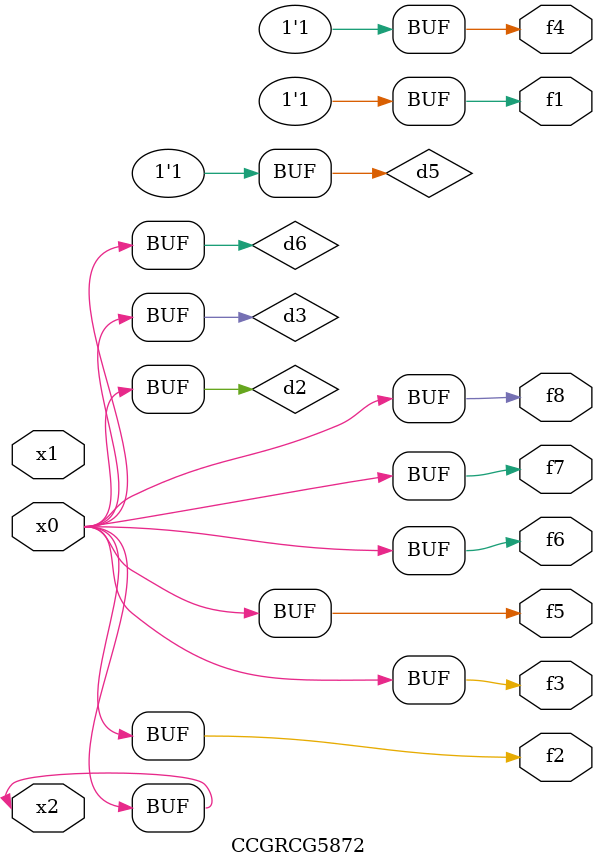
<source format=v>
module CCGRCG5872(
	input x0, x1, x2,
	output f1, f2, f3, f4, f5, f6, f7, f8
);

	wire d1, d2, d3, d4, d5, d6;

	xnor (d1, x2);
	buf (d2, x0, x2);
	and (d3, x0);
	xnor (d4, x1, x2);
	nand (d5, d1, d3);
	buf (d6, d2, d3);
	assign f1 = d5;
	assign f2 = d6;
	assign f3 = d6;
	assign f4 = d5;
	assign f5 = d6;
	assign f6 = d6;
	assign f7 = d6;
	assign f8 = d6;
endmodule

</source>
